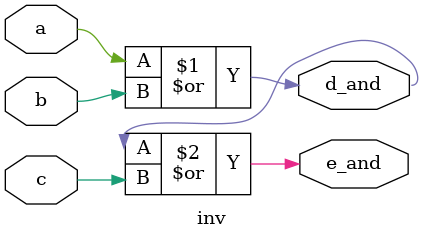
<source format=v>
`timescale 1ns / 1ps


module inv(
    input a,
    input b,
    input c,
    output d_and,
    output e_and
    );
    assign d_and = a | b;
    assign e_and = d_and | c;
    
endmodule
</source>
